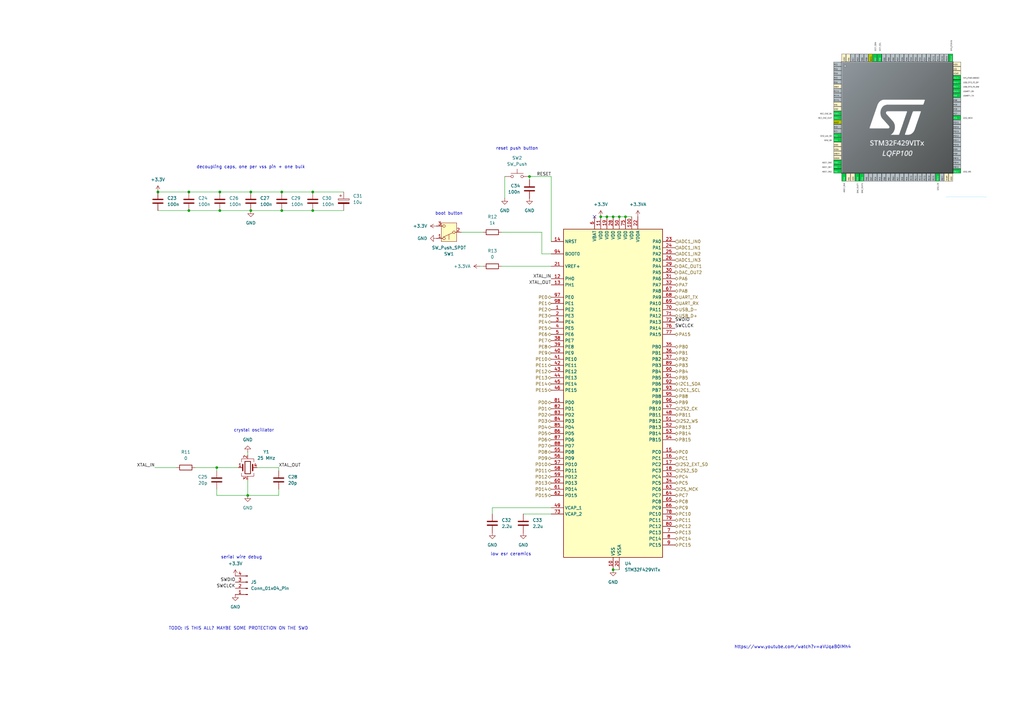
<source format=kicad_sch>
(kicad_sch (version 20250114) (generator "eeschema") (generator_version "9.0")
  (paper "A3")
  (title_block (title "STM32F429VIT6") (date "2025-02-23") (rev "v0.2") (company "kevontheweb"))
  (lib_symbols
    (symbol "Connector:Conn_01x04_Pin" (pin_names (offset 1.016) (hide yes))
      (property "Reference" "J" (at 0 5.08 0))
      (property "Value" "Conn_01x04_Pin" (at 0 -7.62 0))
      (symbol "Conn_01x04_Pin_1_1"
        (rectangle (start 0.8636 2.667) (end 0 2.413) (stroke (width 0.1524)) (fill (type outline)))
        (rectangle (start 0.8636 0.127) (end 0 -0.127) (stroke (width 0.1524)) (fill (type outline)))
        (rectangle (start 0.8636 -2.413) (end 0 -2.667) (stroke (width 0.1524)) (fill (type outline)))
        (rectangle (start 0.8636 -4.953) (end 0 -5.207) (stroke (width 0.1524)) (fill (type outline)))
        (polyline (pts (xy 1.27 2.54) (xy 0.8636 2.54)) (stroke (width 0.1524)))
        (polyline (pts (xy 1.27 0) (xy 0.8636 0)) (stroke (width 0.1524)))
        (polyline (pts (xy 1.27 -2.54) (xy 0.8636 -2.54)) (stroke (width 0.1524)))
        (polyline (pts (xy 1.27 -5.08) (xy 0.8636 -5.08)) (stroke (width 0.1524)))
        (pin passive line (at 5.08 2.54 180) (length 3.81) (name "Pin_1") (number "1"))
        (pin passive line (at 5.08 0 180) (length 3.81) (name "Pin_2") (number "2"))
        (pin passive line (at 5.08 -2.54 180) (length 3.81) (name "Pin_3") (number "3"))
        (pin passive line (at 5.08 -5.08 180) (length 3.81) (name "Pin_4") (number "4"))
      )
    )
    (symbol "Device:C" (pin_numbers (hide yes)) (pin_names (offset 0.254))
      (property "Reference" "C" (at 0.635 2.54 0))
      (property "Value" "C" (at 0.635 -2.54 0))
      (symbol "C_0_1"
        (polyline (pts (xy -2.032 0.762) (xy 2.032 0.762)) (stroke (width 0.508)))
        (polyline (pts (xy -2.032 -0.762) (xy 2.032 -0.762)) (stroke (width 0.508)))
      )
      (symbol "C_1_1"
        (pin passive line (at 0 3.81 270) (length 2.794) (name "~") (number "1"))
        (pin passive line (at 0 -3.81 90) (length 2.794) (name "~") (number "2"))
      )
    )
    (symbol "Device:C_Polarized" (pin_numbers (hide yes)) (pin_names (offset 0.254))
      (property "Reference" "C" (at 0.635 2.54 0))
      (property "Value" "C_Polarized" (at 0.635 -2.54 0))
      (symbol "C_Polarized_0_1"
        (rectangle (start -2.286 0.508) (end 2.286 1.016))
        (polyline (pts (xy -1.778 2.286) (xy -0.762 2.286)))
        (polyline (pts (xy -1.27 2.794) (xy -1.27 1.778)))
        (rectangle (start 2.286 -0.508) (end -2.286 -1.016) (fill (type outline)))
      )
      (symbol "C_Polarized_1_1"
        (pin passive line (at 0 3.81 270) (length 2.794) (name "~") (number "1"))
        (pin passive line (at 0 -3.81 90) (length 2.794) (name "~") (number "2"))
      )
    )
    (symbol "Device:Crystal_GND23" (pin_names (offset 1.016) (hide yes))
      (property "Reference" "Y" (at 3.175 5.08 0))
      (property "Value" "Crystal_GND23" (at 3.175 3.175 0))
      (symbol "Crystal_GND23_0_1"
        (polyline (pts (xy -2.54 2.286) (xy -2.54 3.556) (xy 2.54 3.556) (xy 2.54 2.286)))
        (polyline (pts (xy -2.54 0) (xy -2.032 0)))
        (polyline (pts (xy -2.54 -2.286) (xy -2.54 -3.556) (xy 2.54 -3.556) (xy 2.54 -2.286)))
        (polyline (pts (xy -2.032 -1.27) (xy -2.032 1.27)) (stroke (width 0.508)))
        (rectangle (start -1.143 2.54) (end 1.143 -2.54) (stroke (width 0.3048)))
        (polyline (pts (xy 0 3.556) (xy 0 3.81)))
        (polyline (pts (xy 0 -3.81) (xy 0 -3.556)))
        (polyline (pts (xy 2.032 0) (xy 2.54 0)))
        (polyline (pts (xy 2.032 -1.27) (xy 2.032 1.27)) (stroke (width 0.508)))
      )
      (symbol "Crystal_GND23_1_1"
        (pin passive line (at -3.81 0 0) (length 1.27) (name "1") (number "1"))
        (pin passive line (at 0 5.08 270) (length 1.27) (name "2") (number "2"))
        (pin passive line (at 0 -5.08 90) (length 1.27) (name "3") (number "3"))
        (pin passive line (at 3.81 0 180) (length 1.27) (name "4") (number "4"))
      )
    )
    (symbol "Device:R" (pin_numbers (hide yes)) (pin_names (offset 0))
      (property "Reference" "R" (at 2.032 0 90))
      (property "Value" "R" (at 0 0 90))
      (symbol "R_0_1"
        (rectangle (start -1.016 -2.54) (end 1.016 2.54) (stroke (width 0.254)))
      )
      (symbol "R_1_1"
        (pin passive line (at 0 3.81 270) (length 1.27) (name "~") (number "1"))
        (pin passive line (at 0 -3.81 90) (length 1.27) (name "~") (number "2"))
      )
    )
    (symbol "MCU_ST_STM32F4:STM32F429VITx"
      (property "Reference" "U" (at -20.32 69.85 0))
      (property "Value" "STM32F429VITx" (at 12.7 69.85 0))
      (symbol "STM32F429VITx_0_1"
        (rectangle (start -20.32 -66.04) (end 20.32 68.58) (stroke (width 0.254)) (fill (type background)))
      )
      (symbol "STM32F429VITx_1_1"
        (pin input line (at -25.4 63.5 0) (length 5.08) (name "NRST") (number "14"))
        (pin input line (at -25.4 58.42 0) (length 5.08) (name "BOOT0") (number "94"))
        (pin input line (at -25.4 53.34 0) (length 5.08) (name "VREF+") (number "21"))
        (pin bidirectional line (at -25.4 48.26 0) (length 5.08) (name "PH0") (number "12"))
        (pin bidirectional line (at -25.4 45.72 0) (length 5.08) (name "PH1") (number "13"))
        (pin bidirectional line (at -25.4 40.64 0) (length 5.08) (name "PE0") (number "97"))
        (pin bidirectional line (at -25.4 38.1 0) (length 5.08) (name "PE1") (number "98"))
        (pin bidirectional line (at -25.4 35.56 0) (length 5.08) (name "PE2") (number "1"))
        (pin bidirectional line (at -25.4 33.02 0) (length 5.08) (name "PE3") (number "2"))
        (pin bidirectional line (at -25.4 30.48 0) (length 5.08) (name "PE4") (number "3"))
        (pin bidirectional line (at -25.4 27.94 0) (length 5.08) (name "PE5") (number "4"))
        (pin bidirectional line (at -25.4 25.4 0) (length 5.08) (name "PE6") (number "5"))
        (pin bidirectional line (at -25.4 22.86 0) (length 5.08) (name "PE7") (number "38"))
        (pin bidirectional line (at -25.4 20.32 0) (length 5.08) (name "PE8") (number "39"))
        (pin bidirectional line (at -25.4 17.78 0) (length 5.08) (name "PE9") (number "40"))
        (pin bidirectional line (at -25.4 15.24 0) (length 5.08) (name "PE10") (number "41"))
        (pin bidirectional line (at -25.4 12.7 0) (length 5.08) (name "PE11") (number "42"))
        (pin bidirectional line (at -25.4 10.16 0) (length 5.08) (name "PE12") (number "43"))
        (pin bidirectional line (at -25.4 7.62 0) (length 5.08) (name "PE13") (number "44"))
        (pin bidirectional line (at -25.4 5.08 0) (length 5.08) (name "PE14") (number "45"))
        (pin bidirectional line (at -25.4 2.54 0) (length 5.08) (name "PE15") (number "46"))
        (pin bidirectional line (at -25.4 -2.54 0) (length 5.08) (name "PD0") (number "81"))
        (pin bidirectional line (at -25.4 -5.08 0) (length 5.08) (name "PD1") (number "82"))
        (pin bidirectional line (at -25.4 -7.62 0) (length 5.08) (name "PD2") (number "83"))
        (pin bidirectional line (at -25.4 -10.16 0) (length 5.08) (name "PD3") (number "84"))
        (pin bidirectional line (at -25.4 -12.7 0) (length 5.08) (name "PD4") (number "85"))
        (pin bidirectional line (at -25.4 -15.24 0) (length 5.08) (name "PD5") (number "86"))
        (pin bidirectional line (at -25.4 -17.78 0) (length 5.08) (name "PD6") (number "87"))
        (pin bidirectional line (at -25.4 -20.32 0) (length 5.08) (name "PD7") (number "88"))
        (pin bidirectional line (at -25.4 -22.86 0) (length 5.08) (name "PD8") (number "55"))
        (pin bidirectional line (at -25.4 -25.4 0) (length 5.08) (name "PD9") (number "56"))
        (pin bidirectional line (at -25.4 -27.94 0) (length 5.08) (name "PD10") (number "57"))
        (pin bidirectional line (at -25.4 -30.48 0) (length 5.08) (name "PD11") (number "58"))
        (pin bidirectional line (at -25.4 -33.02 0) (length 5.08) (name "PD12") (number "59"))
        (pin bidirectional line (at -25.4 -35.56 0) (length 5.08) (name "PD13") (number "60"))
        (pin bidirectional line (at -25.4 -38.1 0) (length 5.08) (name "PD14") (number "61"))
        (pin bidirectional line (at -25.4 -40.64 0) (length 5.08) (name "PD15") (number "62"))
        (pin power_out line (at -25.4 -45.72 0) (length 5.08) (name "VCAP_1") (number "49"))
        (pin power_out line (at -25.4 -48.26 0) (length 5.08) (name "VCAP_2") (number "73"))
        (pin power_in line (at -7.62 73.66 270) (length 5.08) (name "VBAT") (number "6"))
        (pin power_in line (at -5.08 73.66 270) (length 5.08) (name "VDD") (number "11"))
        (pin power_in line (at -2.54 73.66 270) (length 5.08) (name "VDD") (number "19"))
        (pin power_in line (at 0 73.66 270) (length 5.08) (name "VDD") (number "28"))
        (pin power_in line (at 0 -71.12 90) (length 5.08) (name "VSS") (number "10"))
        (pin passive line (at 0 -71.12 90) (length 5.08) (hide yes) (name "VSS") (number "27"))
        (pin passive line (at 0 -71.12 90) (length 5.08) (hide yes) (name "VSS") (number "74"))
        (pin passive line (at 0 -71.12 90) (length 5.08) (hide yes) (name "VSS") (number "99"))
        (pin power_in line (at 2.54 73.66 270) (length 5.08) (name "VDD") (number "50"))
        (pin power_in line (at 2.54 -71.12 90) (length 5.08) (name "VSSA") (number "20"))
        (pin power_in line (at 5.08 73.66 270) (length 5.08) (name "VDD") (number "75"))
        (pin power_in line (at 7.62 73.66 270) (length 5.08) (name "VDD") (number "100"))
        (pin power_in line (at 10.16 73.66 270) (length 5.08) (name "VDDA") (number "22"))
        (pin bidirectional line (at 25.4 63.5 180) (length 5.08) (name "PA0") (number "23"))
        (pin bidirectional line (at 25.4 60.96 180) (length 5.08) (name "PA1") (number "24"))
        (pin bidirectional line (at 25.4 58.42 180) (length 5.08) (name "PA2") (number "25"))
        (pin bidirectional line (at 25.4 55.88 180) (length 5.08) (name "PA3") (number "26"))
        (pin bidirectional line (at 25.4 53.34 180) (length 5.08) (name "PA4") (number "29"))
        (pin bidirectional line (at 25.4 50.8 180) (length 5.08) (name "PA5") (number "30"))
        (pin bidirectional line (at 25.4 48.26 180) (length 5.08) (name "PA6") (number "31"))
        (pin bidirectional line (at 25.4 45.72 180) (length 5.08) (name "PA7") (number "32"))
        (pin bidirectional line (at 25.4 43.18 180) (length 5.08) (name "PA8") (number "67"))
        (pin bidirectional line (at 25.4 40.64 180) (length 5.08) (name "PA9") (number "68"))
        (pin bidirectional line (at 25.4 38.1 180) (length 5.08) (name "PA10") (number "69"))
        (pin bidirectional line (at 25.4 35.56 180) (length 5.08) (name "PA11") (number "70"))
        (pin bidirectional line (at 25.4 33.02 180) (length 5.08) (name "PA12") (number "71"))
        (pin bidirectional line (at 25.4 30.48 180) (length 5.08) (name "PA13") (number "72"))
        (pin bidirectional line (at 25.4 27.94 180) (length 5.08) (name "PA14") (number "76"))
        (pin bidirectional line (at 25.4 25.4 180) (length 5.08) (name "PA15") (number "77"))
        (pin bidirectional line (at 25.4 20.32 180) (length 5.08) (name "PB0") (number "35"))
        (pin bidirectional line (at 25.4 17.78 180) (length 5.08) (name "PB1") (number "36"))
        (pin bidirectional line (at 25.4 15.24 180) (length 5.08) (name "PB2") (number "37"))
        (pin bidirectional line (at 25.4 12.7 180) (length 5.08) (name "PB3") (number "89"))
        (pin bidirectional line (at 25.4 10.16 180) (length 5.08) (name "PB4") (number "90"))
        (pin bidirectional line (at 25.4 7.62 180) (length 5.08) (name "PB5") (number "91"))
        (pin bidirectional line (at 25.4 5.08 180) (length 5.08) (name "PB6") (number "92"))
        (pin bidirectional line (at 25.4 2.54 180) (length 5.08) (name "PB7") (number "93"))
        (pin bidirectional line (at 25.4 0 180) (length 5.08) (name "PB8") (number "95"))
        (pin bidirectional line (at 25.4 -2.54 180) (length 5.08) (name "PB9") (number "96"))
        (pin bidirectional line (at 25.4 -5.08 180) (length 5.08) (name "PB10") (number "47"))
        (pin bidirectional line (at 25.4 -7.62 180) (length 5.08) (name "PB11") (number "48"))
        (pin bidirectional line (at 25.4 -10.16 180) (length 5.08) (name "PB12") (number "51"))
        (pin bidirectional line (at 25.4 -12.7 180) (length 5.08) (name "PB13") (number "52"))
        (pin bidirectional line (at 25.4 -15.24 180) (length 5.08) (name "PB14") (number "53"))
        (pin bidirectional line (at 25.4 -17.78 180) (length 5.08) (name "PB15") (number "54"))
        (pin bidirectional line (at 25.4 -22.86 180) (length 5.08) (name "PC0") (number "15"))
        (pin bidirectional line (at 25.4 -25.4 180) (length 5.08) (name "PC1") (number "16"))
        (pin bidirectional line (at 25.4 -27.94 180) (length 5.08) (name "PC2") (number "17"))
        (pin bidirectional line (at 25.4 -30.48 180) (length 5.08) (name "PC3") (number "18"))
        (pin bidirectional line (at 25.4 -33.02 180) (length 5.08) (name "PC4") (number "33"))
        (pin bidirectional line (at 25.4 -35.56 180) (length 5.08) (name "PC5") (number "34"))
        (pin bidirectional line (at 25.4 -38.1 180) (length 5.08) (name "PC6") (number "63"))
        (pin bidirectional line (at 25.4 -40.64 180) (length 5.08) (name "PC7") (number "64"))
        (pin bidirectional line (at 25.4 -43.18 180) (length 5.08) (name "PC8") (number "65"))
        (pin bidirectional line (at 25.4 -45.72 180) (length 5.08) (name "PC9") (number "66"))
        (pin bidirectional line (at 25.4 -48.26 180) (length 5.08) (name "PC10") (number "78"))
        (pin bidirectional line (at 25.4 -50.8 180) (length 5.08) (name "PC11") (number "79"))
        (pin bidirectional line (at 25.4 -53.34 180) (length 5.08) (name "PC12") (number "80"))
        (pin bidirectional line (at 25.4 -55.88 180) (length 5.08) (name "PC13") (number "7"))
        (pin bidirectional line (at 25.4 -58.42 180) (length 5.08) (name "PC14") (number "8"))
        (pin bidirectional line (at 25.4 -60.96 180) (length 5.08) (name "PC15") (number "9"))
      )
    )
    (symbol "Switch:SW_Push" (pin_numbers (hide yes)) (pin_names (offset 1.016) (hide yes))
      (property "Reference" "SW" (at 1.27 2.54 0))
      (property "Value" "SW_Push" (at 0 -1.524 0))
      (symbol "SW_Push_0_1"
        (circle (center -2.032 0) (radius 0.508))
        (polyline (pts (xy 0 1.27) (xy 0 3.048)))
        (circle (center 2.032 0) (radius 0.508))
        (polyline (pts (xy 2.54 1.27) (xy -2.54 1.27)))
        (pin passive line (at -5.08 0 0) (length 2.54) (name "1") (number "1"))
        (pin passive line (at 5.08 0 180) (length 2.54) (name "2") (number "2"))
      )
    )
    (symbol "Switch:SW_Push_SPDT" (pin_names (offset 0) (hide yes))
      (property "Reference" "SW" (at 0 5.08 0))
      (property "Value" "SW_Push_SPDT" (at 0 -5.08 0))
      (symbol "SW_Push_SPDT_0_0"
        (circle (center -2.032 0) (radius 0.508))
        (polyline (pts (xy 0 1.016) (xy 0 3.048)))
        (circle (center 2.032 -2.54) (radius 0.508))
      )
      (symbol "SW_Push_SPDT_0_1"
        (polyline (pts (xy -1.524 0.2032) (xy 2.3368 1.9812)))
        (circle (center 2.032 2.54) (radius 0.508))
      )
      (symbol "SW_Push_SPDT_1_1"
        (rectangle (start -3.175 3.81) (end 3.175 -3.81) (fill (type background)))
        (pin passive line (at -5.08 0 0) (length 2.54) (name "B") (number "2"))
        (pin passive line (at 5.08 2.54 180) (length 2.54) (name "A") (number "1"))
        (pin passive line (at 5.08 -2.54 180) (length 2.54) (name "C") (number "3"))
      )
    )
    (symbol "power:+3.3V" (power) (pin_numbers (hide yes)) (pin_names (offset 0) (hide yes))
      (property "Value" "+3.3V" (at 0 3.556 0))
      (symbol "+3.3V_0_1"
        (polyline (pts (xy -0.762 1.27) (xy 0 2.54)))
        (polyline (pts (xy 0 2.54) (xy 0.762 1.27)))
        (polyline (pts (xy 0 0) (xy 0 2.54)))
      )
      (symbol "+3.3V_1_1"
        (pin power_in line (at 0 0 90) (length 0) (name "~") (number "1"))
      )
    )
    (symbol "power:+3.3VA" (power) (pin_numbers (hide yes)) (pin_names (offset 0) (hide yes))
      (property "Value" "+3.3VA" (at 0 3.556 0))
      (symbol "+3.3VA_0_1"
        (polyline (pts (xy -0.762 1.27) (xy 0 2.54)))
        (polyline (pts (xy 0 2.54) (xy 0.762 1.27)))
        (polyline (pts (xy 0 0) (xy 0 2.54)))
      )
      (symbol "+3.3VA_1_1"
        (pin power_in line (at 0 0 90) (length 0) (name "~") (number "1"))
      )
    )
    (symbol "power:GND" (power) (pin_numbers (hide yes)) (pin_names (offset 0) (hide yes))
      (property "Value" "GND" (at 0 -3.81 0))
      (symbol "GND_0_1"
        (polyline (pts (xy 0 0) (xy 0 -1.27) (xy 1.27 -1.27) (xy 0 -2.54) (xy -1.27 -1.27) (xy 0 -1.27)))
      )
      (symbol "GND_1_1"
        (pin power_in line (at 0 0 270) (length 0) (name "~") (number "1"))
      )
    )
  )
  (text "serial wire debug" (at 99.06 228.6 0) (effects (font (size 1.27 1.27))))
  (text "boot button" (at 184.15 87.63 0) (effects (font (size 1.27 1.27))))
  (text "crystal oscillator" (at 104.14 176.53 0) (effects (font (size 1.27 1.27))))
  (text "decoupling caps, one per vss pin + one bulk" (at 102.87 68.58 0) (effects (font (size 1.27 1.27))))
  (text "TODO: IS THIS ALL? MAYBE SOME PROTECTION ON THE SWD" (at 97.79 257.81 0) (effects (font (size 1.27 1.27))))
  (text "https://www.youtube.com/watch?v=aVUqaB0IMh4" (at 325.12 265.43 0) (effects (font (size 1.27 1.27))))
  (text "reset push button" (at 212.09 60.96 0) (effects (font (size 1.27 1.27))))
  (text "low esr ceramics" (at 209.55 227.33 0) (effects (font (size 1.27 1.27))))
  (junction (at 90.17 86.36))
  (junction (at 246.38 88.9))
  (junction (at 88.9 191.77))
  (junction (at 115.57 78.74))
  (junction (at 128.27 86.36))
  (junction (at 77.47 78.74))
  (junction (at 90.17 78.74))
  (junction (at 64.77 78.74))
  (junction (at 217.17 72.39))
  (junction (at 248.92 88.9))
  (junction (at 128.27 78.74))
  (junction (at 115.57 86.36))
  (junction (at 256.54 88.9))
  (junction (at 102.87 78.74))
  (junction (at 101.6 203.2))
  (junction (at 251.46 233.68))
  (junction (at 77.47 86.36))
  (junction (at 102.87 86.36))
  (junction (at 254 88.9))
  (junction (at 251.46 88.9))
  (no_connect (at 243.84 88.9))
  (wire (pts (xy 77.47 78.74) (xy 90.17 78.74)))
  (wire (pts (xy 205.74 109.22) (xy 226.06 109.22)))
  (wire (pts (xy 254 88.9) (xy 256.54 88.9)))
  (wire (pts (xy 101.6 186.69) (xy 101.6 185.42)))
  (wire (pts (xy 207.01 72.39) (xy 207.01 81.28)))
  (wire (pts (xy 88.9 193.04) (xy 88.9 191.77)))
  (wire (pts (xy 101.6 203.2) (xy 114.3 203.2)))
  (wire (pts (xy 102.87 78.74) (xy 115.57 78.74)))
  (wire (pts (xy 222.25 95.25) (xy 205.74 95.25)))
  (wire (pts (xy 217.17 72.39) (xy 217.17 73.66)))
  (wire (pts (xy 128.27 78.74) (xy 140.97 78.74)))
  (wire (pts (xy 80.01 191.77) (xy 88.9 191.77)))
  (wire (pts (xy 226.06 72.39) (xy 226.06 99.06)))
  (wire (pts (xy 222.25 104.14) (xy 226.06 104.14)))
  (wire (pts (xy 88.9 200.66) (xy 88.9 203.2)))
  (wire (pts (xy 64.77 78.74) (xy 77.47 78.74)))
  (wire (pts (xy 64.77 86.36) (xy 77.47 86.36)))
  (wire (pts (xy 214.63 210.82) (xy 226.06 210.82)))
  (wire (pts (xy 102.87 86.36) (xy 115.57 86.36)))
  (wire (pts (xy 77.47 86.36) (xy 90.17 86.36)))
  (wire (pts (xy 114.3 191.77) (xy 114.3 193.04)))
  (wire (pts (xy 88.9 203.2) (xy 101.6 203.2)))
  (wire (pts (xy 88.9 191.77) (xy 97.79 191.77)))
  (wire (pts (xy 114.3 200.66) (xy 114.3 203.2)))
  (wire (pts (xy 256.54 88.9) (xy 259.08 88.9)))
  (wire (pts (xy 128.27 86.36) (xy 140.97 86.36)))
  (wire (pts (xy 115.57 86.36) (xy 128.27 86.36)))
  (wire (pts (xy 196.85 109.22) (xy 198.12 109.22)))
  (wire (pts (xy 248.92 88.9) (xy 251.46 88.9)))
  (wire (pts (xy 254 233.68) (xy 251.46 233.68)))
  (wire (pts (xy 222.25 95.25) (xy 222.25 104.14)))
  (wire (pts (xy 105.41 191.77) (xy 114.3 191.77)))
  (wire (pts (xy 101.6 196.85) (xy 101.6 203.2)))
  (wire (pts (xy 198.12 95.25) (xy 189.23 95.25)))
  (wire (pts (xy 201.93 208.28) (xy 201.93 210.82)))
  (wire (pts (xy 72.39 191.77) (xy 63.5 191.77)))
  (wire (pts (xy 90.17 78.74) (xy 102.87 78.74)))
  (wire (pts (xy 90.17 86.36) (xy 102.87 86.36)))
  (wire (pts (xy 217.17 72.39) (xy 226.06 72.39)))
  (wire (pts (xy 115.57 78.74) (xy 128.27 78.74)))
  (wire (pts (xy 226.06 208.28) (xy 201.93 208.28)))
  (wire (pts (xy 251.46 88.9) (xy 254 88.9)))
  (wire (pts (xy 246.38 88.9) (xy 248.92 88.9)))
  (image (at 367.03 48.26))
  (label "SWDIO" (at 276.86 132.08 0))
  (label "XTAL_IN" (at 63.5 191.77 180))
  (label "RESET" (at 226.06 72.39 180))
  (label "SWCLCK" (at 276.86 134.62 0))
  (label "XTAL_IN" (at 226.06 114.3 180))
  (label "XTAL_OUT" (at 114.3 191.77 0))
  (label "SWCLCK" (at 96.52 241.3 180))
  (label "SWDIO" (at 96.52 238.76 180))
  (label "XTAL_OUT" (at 226.06 116.84 180))
  (hierarchical_label "DAC_OUT2" (shape output) (at 276.86 111.76 0))
  (hierarchical_label "PE6" (shape bidirectional) (at 226.06 137.16 180))
  (hierarchical_label "I2S2_WS" (shape input) (at 276.86 172.72 0))
  (hierarchical_label "PB4" (shape bidirectional) (at 276.86 152.4 0))
  (hierarchical_label "PC1" (shape bidirectional) (at 276.86 187.96 0))
  (hierarchical_label "PD5" (shape bidirectional) (at 226.06 177.8 180))
  (hierarchical_label "ADC1_IN3" (shape input) (at 276.86 106.68 0))
  (hierarchical_label "USB_D+" (shape bidirectional) (at 276.86 129.54 0))
  (hierarchical_label "PB13" (shape bidirectional) (at 276.86 175.26 0))
  (hierarchical_label "PD3" (shape bidirectional) (at 226.06 172.72 180))
  (hierarchical_label "PC11" (shape bidirectional) (at 276.86 213.36 0))
  (hierarchical_label "I2C1_SDA" (shape bidirectional) (at 276.86 157.48 0))
  (hierarchical_label "PC10" (shape bidirectional) (at 276.86 210.82 0))
  (hierarchical_label "PC7" (shape bidirectional) (at 276.86 203.2 0))
  (hierarchical_label "PA15" (shape bidirectional) (at 276.86 137.16 0))
  (hierarchical_label "PB15" (shape bidirectional) (at 276.86 180.34 0))
  (hierarchical_label "PE3" (shape bidirectional) (at 226.06 129.54 180))
  (hierarchical_label "PB8" (shape bidirectional) (at 276.86 162.56 0))
  (hierarchical_label "PD6" (shape bidirectional) (at 226.06 180.34 180))
  (hierarchical_label "UART_TX" (shape output) (at 276.86 121.92 0))
  (hierarchical_label "PC9" (shape bidirectional) (at 276.86 208.28 0))
  (hierarchical_label "PC4" (shape bidirectional) (at 276.86 195.58 0))
  (hierarchical_label "PE8" (shape bidirectional) (at 226.06 142.24 180))
  (hierarchical_label "PD1" (shape bidirectional) (at 226.06 167.64 180))
  (hierarchical_label "PC5" (shape bidirectional) (at 276.86 198.12 0))
  (hierarchical_label "PB3" (shape bidirectional) (at 276.86 149.86 0))
  (hierarchical_label "PB11" (shape bidirectional) (at 276.86 170.18 0))
  (hierarchical_label "PC13" (shape bidirectional) (at 276.86 218.44 0))
  (hierarchical_label "PD2" (shape bidirectional) (at 226.06 170.18 180))
  (hierarchical_label "ADC1_IN2" (shape input) (at 276.86 104.14 0))
  (hierarchical_label "PE2" (shape bidirectional) (at 226.06 127 180))
  (hierarchical_label "PA8" (shape bidirectional) (at 276.86 119.38 0))
  (hierarchical_label "PD4" (shape bidirectional) (at 226.06 175.26 180))
  (hierarchical_label "USB_D-" (shape bidirectional) (at 276.86 127 0))
  (hierarchical_label "PD0" (shape bidirectional) (at 226.06 165.1 180))
  (hierarchical_label "PC14" (shape bidirectional) (at 276.86 220.98 0))
  (hierarchical_label "I2S2_CK" (shape input) (at 276.86 167.64 0))
  (hierarchical_label "PE12" (shape bidirectional) (at 226.06 152.4 180))
  (hierarchical_label "PD13" (shape bidirectional) (at 226.06 198.12 180))
  (hierarchical_label "PD11" (shape bidirectional) (at 226.06 193.04 180))
  (hierarchical_label "PB2" (shape bidirectional) (at 276.86 147.32 0))
  (hierarchical_label "PD9" (shape bidirectional) (at 226.06 187.96 180))
  (hierarchical_label "PE0" (shape bidirectional) (at 226.06 121.92 180))
  (hierarchical_label "PB9" (shape bidirectional) (at 276.86 165.1 0))
  (hierarchical_label "PD12" (shape bidirectional) (at 226.06 195.58 180))
  (hierarchical_label "I2S_MCK" (shape input) (at 276.86 200.66 0))
  (hierarchical_label "PC8" (shape bidirectional) (at 276.86 205.74 0))
  (hierarchical_label "PC15" (shape bidirectional) (at 276.86 223.52 0))
  (hierarchical_label "PD8" (shape bidirectional) (at 226.06 185.42 180))
  (hierarchical_label "DAC_OUT1" (shape output) (at 276.86 109.22 0))
  (hierarchical_label "PD15" (shape bidirectional) (at 226.06 203.2 180))
  (hierarchical_label "PE4" (shape bidirectional) (at 226.06 132.08 180))
  (hierarchical_label "I2C1_SCL" (shape bidirectional) (at 276.86 160.02 0))
  (hierarchical_label "UART_RX" (shape input) (at 276.86 124.46 0))
  (hierarchical_label "PB5" (shape bidirectional) (at 276.86 154.94 0))
  (hierarchical_label "PE5" (shape bidirectional) (at 226.06 134.62 180))
  (hierarchical_label "ADC1_IN0" (shape input) (at 276.86 99.06 0))
  (hierarchical_label "PD14" (shape bidirectional) (at 226.06 200.66 180))
  (hierarchical_label "PD10" (shape bidirectional) (at 226.06 190.5 180))
  (hierarchical_label "PE15" (shape bidirectional) (at 226.06 160.02 180))
  (hierarchical_label "PA7" (shape bidirectional) (at 276.86 116.84 0))
  (hierarchical_label "PE1" (shape bidirectional) (at 226.06 124.46 180))
  (hierarchical_label "PB0" (shape bidirectional) (at 276.86 142.24 0))
  (hierarchical_label "PE14" (shape bidirectional) (at 226.06 157.48 180))
  (hierarchical_label "PE10" (shape bidirectional) (at 226.06 147.32 180))
  (hierarchical_label "PC12" (shape bidirectional) (at 276.86 215.9 0))
  (hierarchical_label "PD7" (shape bidirectional) (at 226.06 182.88 180))
  (hierarchical_label "I2S2_EXT_SD" (shape input) (at 276.86 190.5 0))
  (hierarchical_label "PA6" (shape bidirectional) (at 276.86 114.3 0))
  (hierarchical_label "ADC1_IN1" (shape input) (at 276.86 101.6 0))
  (hierarchical_label "PB1" (shape bidirectional) (at 276.86 144.78 0))
  (hierarchical_label "I2S2_SD" (shape input) (at 276.86 193.04 0))
  (hierarchical_label "PE13" (shape bidirectional) (at 226.06 154.94 180))
  (hierarchical_label "PE7" (shape bidirectional) (at 226.06 139.7 180))
  (hierarchical_label "PE11" (shape bidirectional) (at 226.06 149.86 180))
  (hierarchical_label "PE9" (shape bidirectional) (at 226.06 144.78 180))
  (hierarchical_label "PB14" (shape bidirectional) (at 276.86 177.8 0))
  (hierarchical_label "PC0" (shape bidirectional) (at 276.86 185.42 0))
  (symbol (lib_id "Device:C") (at 217.17 77.47 0) (mirror y) (unit 1)
    (property "Reference" "C34" (at 213.36 76.1999 0) (effects (justify left)))
    (property "Value" "100n" (at 213.36 78.7399 0) (effects (justify left)))
    (property "Footprint" "Capacitor_SMD:C_0603_1608Metric" (effects (hide yes)))
    (property "Description" "Unpolarized capacitor" (effects (hide yes)))
  )
  (symbol (lib_id "power:GND") (at 179.07 97.79 270) (unit 1)
    (property "Reference" "#PWR066" (effects (hide yes)))
    (property "Value" "GND" (at 175.26 97.7899 90) (effects (justify right)))
    (property "Description" "Power symbol creates a global label with name \"GND\" , ground" (effects (hide yes)))
  )
  (symbol (lib_id "Device:C") (at 114.3 196.85 0) (unit 1)
    (property "Reference" "C28" (at 118.11 195.5799 0) (effects (justify left)))
    (property "Value" "20p" (at 118.11 198.1199 0) (effects (justify left)))
    (property "Footprint" "Capacitor_SMD:C_0603_1608Metric" (effects (hide yes)))
    (property "Description" "Unpolarized capacitor" (effects (hide yes)))
  )
  (symbol (lib_id "power:GND") (at 207.01 81.28 0) (unit 1)
    (property "Reference" "#PWR069" (effects (hide yes)))
    (property "Value" "GND" (at 207.01 86.36 0))
    (property "Description" "Power symbol creates a global label with name \"GND\" , ground" (effects (hide yes)))
  )
  (symbol (lib_id "Device:R") (at 201.93 109.22 90) (unit 1)
    (property "Reference" "R13" (at 201.93 102.87 90))
    (property "Value" "0" (at 201.93 105.41 90))
    (property "Footprint" "Resistor_SMD:R_0603_1608Metric_Pad0.98x0.95mm_HandSolder" (effects (hide yes)))
    (property "Description" "Resistor" (effects (hide yes)))
  )
  (symbol (lib_id "Device:Crystal_GND23") (at 101.6 191.77 0) (unit 1)
    (property "Reference" "Y1" (at 109.22 185.3498 0))
    (property "Value" "25 MHz" (at 109.22 187.8898 0))
    (property "Footprint" "Crystal:Crystal_SMD_2520-4Pin_2.5x2.0mm" (effects (hide yes)))
    (property "Description" "Four pin crystal, GND on pins 2 and 3" (effects (hide yes)))
  )
  (symbol (lib_id "power:GND") (at 201.93 218.44 0) (unit 1)
    (property "Reference" "#PWR068" (effects (hide yes)))
    (property "Value" "GND" (at 201.93 223.52 0))
    (property "Description" "Power symbol creates a global label with name \"GND\" , ground" (effects (hide yes)))
  )
  (symbol (lib_id "power:+3.3V") (at 179.07 92.71 90) (mirror x) (unit 1)
    (property "Reference" "#PWR065" (effects (hide yes)))
    (property "Value" "+3.3V" (at 175.26 92.7099 90) (effects (justify left)))
    (property "Description" "Power symbol creates a global label with name \"+3.3V\"" (effects (hide yes)))
  )
  (symbol (lib_id "Device:C_Polarized") (at 140.97 82.55 0) (unit 1)
    (property "Reference" "C31" (at 144.78 80.3909 0) (effects (justify left)))
    (property "Value" "10u" (at 144.78 82.9309 0) (effects (justify left)))
    (property "Footprint" "Capacitor_SMD:CP_Elec_4x3" (effects (hide yes)))
    (property "Description" "Polarized capacitor" (effects (hide yes)))
  )
  (symbol (lib_id "Device:C") (at 90.17 82.55 0) (unit 1)
    (property "Reference" "C26" (at 93.98 81.2799 0) (effects (justify left)))
    (property "Value" "100n" (at 93.98 83.8199 0) (effects (justify left)))
    (property "Footprint" "Capacitor_SMD:C_0603_1608Metric" (effects (hide yes)))
    (property "Description" "Unpolarized capacitor" (effects (hide yes)))
  )
  (symbol (lib_id "Device:C") (at 214.63 214.63 0) (unit 1)
    (property "Reference" "C33" (at 218.44 213.3599 0) (effects (justify left)))
    (property "Value" "2.2u" (at 218.44 215.8999 0) (effects (justify left)))
    (property "Footprint" "Capacitor_SMD:C_0603_1608Metric" (effects (hide yes)))
    (property "Description" "Unpolarized capacitor" (effects (hide yes)))
  )
  (symbol (lib_id "power:+3.3V") (at 64.77 78.74 0) (unit 1)
    (property "Reference" "#PWR059" (effects (hide yes)))
    (property "Value" "+3.3V" (at 64.77 73.66 0))
    (property "Description" "Power symbol creates a global label with name \"+3.3V\"" (effects (hide yes)))
  )
  (symbol (lib_id "Device:C") (at 115.57 82.55 0) (unit 1)
    (property "Reference" "C29" (at 119.38 81.2799 0) (effects (justify left)))
    (property "Value" "100n" (at 119.38 83.8199 0) (effects (justify left)))
    (property "Footprint" "Capacitor_SMD:C_0603_1608Metric" (effects (hide yes)))
    (property "Description" "Unpolarized capacitor" (effects (hide yes)))
  )
  (symbol (lib_id "power:GND") (at 214.63 218.44 0) (unit 1)
    (property "Reference" "#PWR070" (effects (hide yes)))
    (property "Value" "GND" (at 214.63 223.52 0))
    (property "Description" "Power symbol creates a global label with name \"GND\" , ground" (effects (hide yes)))
  )
  (symbol (lib_id "MCU_ST_STM32F4:STM32F429VITx") (at 251.46 162.56 0) (unit 1)
    (property "Reference" "U4" (at 256.1941 231.14 0) (effects (justify left)))
    (property "Value" "STM32F429VITx" (at 256.1941 233.68 0) (effects (justify left)))
    (property "Footprint" "Package_QFP:LQFP-100_14x14mm_P0.5mm" (effects (hide yes)))
    (property "Datasheet" "https://www.st.com/resource/en/datasheet/stm32f429vi.pdf" (effects (hide yes)))
    (property "Description" "STMicroelectronics Arm Cortex-M4 MCU, 2048KB flash, 256KB RAM, 180 MHz, 1.8-3.6V, 82 GPIO, LQFP100" (effects (hide yes)))
    (property "LCSC" "C92002" (effects (hide yes)))
  )
  (symbol (lib_id "Switch:SW_Push") (at 212.09 72.39 0) (unit 1)
    (property "Reference" "SW2" (at 212.09 64.77 0))
    (property "Value" "SW_Push" (at 212.09 67.31 0))
    (property "Footprint" "Button_Switch_SMD:SW_SPST_PTS645" (effects (hide yes)))
    (property "Description" "Push button switch, generic, two pins" (effects (hide yes)))
  )
  (symbol (lib_id "Device:C") (at 128.27 82.55 0) (unit 1)
    (property "Reference" "C30" (at 132.08 81.2799 0) (effects (justify left)))
    (property "Value" "100n" (at 132.08 83.8199 0) (effects (justify left)))
    (property "Footprint" "Capacitor_SMD:C_0603_1608Metric" (effects (hide yes)))
    (property "Description" "Unpolarized capacitor" (effects (hide yes)))
  )
  (symbol (lib_id "Connector:Conn_01x04_Pin") (at 101.6 241.3 180) (unit 1)
    (property "Reference" "J5" (at 102.87 238.7599 0) (effects (justify right)))
    (property "Value" "Conn_01x04_Pin" (at 102.87 241.2999 0) (effects (justify right)))
    (property "Footprint" "Connector_PinHeader_2.54mm:PinHeader_1x04_P2.54mm_Vertical" (effects (hide yes)))
    (property "Description" "Generic connector, single row, 01x04, script generated" (effects (hide yes)))
  )
  (symbol (lib_id "power:GND") (at 217.17 81.28 0) (unit 1)
    (property "Reference" "#PWR071" (effects (hide yes)))
    (property "Value" "GND" (at 217.17 86.36 0))
    (property "Description" "Power symbol creates a global label with name \"GND\" , ground" (effects (hide yes)))
  )
  (symbol (lib_id "power:+3.3V") (at 246.38 88.9 0) (unit 1)
    (property "Reference" "#PWR072" (effects (hide yes)))
    (property "Value" "+3.3V" (at 246.38 83.82 0))
    (property "Description" "Power symbol creates a global label with name \"+3.3V\"" (effects (hide yes)))
  )
  (symbol (lib_id "power:GND") (at 101.6 185.42 180) (unit 1)
    (property "Reference" "#PWR062" (effects (hide yes)))
    (property "Value" "GND" (at 101.6 180.34 0))
    (property "Description" "Power symbol creates a global label with name \"GND\" , ground" (effects (hide yes)))
  )
  (symbol (lib_id "power:GND") (at 101.6 203.2 0) (unit 1)
    (property "Reference" "#PWR063" (effects (hide yes)))
    (property "Value" "GND" (at 101.6 208.28 0))
    (property "Description" "Power symbol creates a global label with name \"GND\" , ground" (effects (hide yes)))
  )
  (symbol (lib_id "Device:C") (at 102.87 82.55 0) (unit 1)
    (property "Reference" "C27" (at 106.68 81.2799 0) (effects (justify left)))
    (property "Value" "100n" (at 106.68 83.8199 0) (effects (justify left)))
    (property "Footprint" "Capacitor_SMD:C_0603_1608Metric" (effects (hide yes)))
    (property "Description" "Unpolarized capacitor" (effects (hide yes)))
  )
  (symbol (lib_id "power:+3.3VA") (at 196.85 109.22 90) (unit 1)
    (property "Reference" "#PWR067" (effects (hide yes)))
    (property "Value" "+3.3VA" (at 193.04 109.2199 90) (effects (justify left)))
    (property "Description" "Power symbol creates a global label with name \"+3.3VA\"" (effects (hide yes)))
  )
  (symbol (lib_id "power:+3.3VA") (at 261.62 88.9 0) (unit 1)
    (property "Reference" "#PWR074" (effects (hide yes)))
    (property "Value" "+3.3VA" (at 261.62 83.82 0))
    (property "Description" "Power symbol creates a global label with name \"+3.3VA\"" (effects (hide yes)))
  )
  (symbol (lib_id "Device:C") (at 64.77 82.55 0) (unit 1)
    (property "Reference" "C23" (at 68.58 81.2799 0) (effects (justify left)))
    (property "Value" "100n" (at 68.58 83.8199 0) (effects (justify left)))
    (property "Footprint" "Capacitor_SMD:C_0603_1608Metric" (effects (hide yes)))
    (property "Description" "Unpolarized capacitor" (effects (hide yes)))
  )
  (symbol (lib_id "power:GND") (at 102.87 86.36 0) (unit 1)
    (property "Reference" "#PWR064" (effects (hide yes)))
    (property "Value" "GND" (at 102.87 91.44 0))
    (property "Description" "Power symbol creates a global label with name \"GND\" , ground" (effects (hide yes)))
  )
  (symbol (lib_id "power:GND") (at 96.52 243.84 0) (unit 1)
    (property "Reference" "#PWR061" (effects (hide yes)))
    (property "Value" "GND" (at 96.52 248.92 0))
    (property "Description" "Power symbol creates a global label with name \"GND\" , ground" (effects (hide yes)))
  )
  (symbol (lib_id "Device:R") (at 76.2 191.77 90) (unit 1)
    (property "Reference" "R11" (at 76.2 185.42 90))
    (property "Value" "0" (at 76.2 187.96 90))
    (property "Footprint" "Resistor_SMD:R_0603_1608Metric_Pad0.98x0.95mm_HandSolder" (effects (hide yes)))
    (property "Description" "Resistor" (effects (hide yes)))
  )
  (symbol (lib_id "Device:R") (at 201.93 95.25 90) (mirror x) (unit 1)
    (property "Reference" "R12" (at 201.93 88.9 90))
    (property "Value" "1k" (at 201.93 91.44 90))
    (property "Footprint" "Resistor_SMD:R_0603_1608Metric_Pad0.98x0.95mm_HandSolder" (effects (hide yes)))
    (property "Description" "Resistor" (effects (hide yes)))
  )
  (symbol (lib_id "power:+3.3V") (at 96.52 236.22 0) (unit 1)
    (property "Reference" "#PWR060" (effects (hide yes)))
    (property "Value" "+3.3V" (at 96.52 231.14 0))
    (property "Description" "Power symbol creates a global label with name \"+3.3V\"" (effects (hide yes)))
  )
  (symbol (lib_id "Device:C") (at 201.93 214.63 0) (unit 1)
    (property "Reference" "C32" (at 205.74 213.3599 0) (effects (justify left)))
    (property "Value" "2.2u" (at 205.74 215.8999 0) (effects (justify left)))
    (property "Footprint" "Capacitor_SMD:C_0603_1608Metric" (effects (hide yes)))
    (property "Description" "Unpolarized capacitor" (effects (hide yes)))
  )
  (symbol (lib_id "Device:C") (at 88.9 196.85 0) (mirror y) (unit 1)
    (property "Reference" "C25" (at 85.09 195.5799 0) (effects (justify left)))
    (property "Value" "20p" (at 85.09 198.1199 0) (effects (justify left)))
    (property "Footprint" "Capacitor_SMD:C_0603_1608Metric" (effects (hide yes)))
    (property "Description" "Unpolarized capacitor" (effects (hide yes)))
  )
  (symbol (lib_id "Switch:SW_Push_SPDT") (at 184.15 95.25 180) (unit 1)
    (property "Reference" "SW1" (at 184.15 104.14 0))
    (property "Value" "SW_Push_SPDT" (at 184.15 101.6 0))
    (property "Footprint" "Button_Switch_SMD:SW_SPDT_PCM12" (effects (hide yes)))
    (property "Description" "Momentary Switch, single pole double throw" (effects (hide yes)))
  )
  (symbol (lib_id "power:GND") (at 251.46 233.68 0) (unit 1)
    (property "Reference" "#PWR073" (effects (hide yes)))
    (property "Value" "GND" (at 251.46 238.76 0))
    (property "Description" "Power symbol creates a global label with name \"GND\" , ground" (effects (hide yes)))
  )
  (symbol (lib_id "Device:C") (at 77.47 82.55 0) (unit 1)
    (property "Reference" "C24" (at 81.28 81.2799 0) (effects (justify left)))
    (property "Value" "100n" (at 81.28 83.8199 0) (effects (justify left)))
    (property "Footprint" "Capacitor_SMD:C_0603_1608Metric" (effects (hide yes)))
    (property "Description" "Unpolarized capacitor" (effects (hide yes)))
  )
)
</source>
